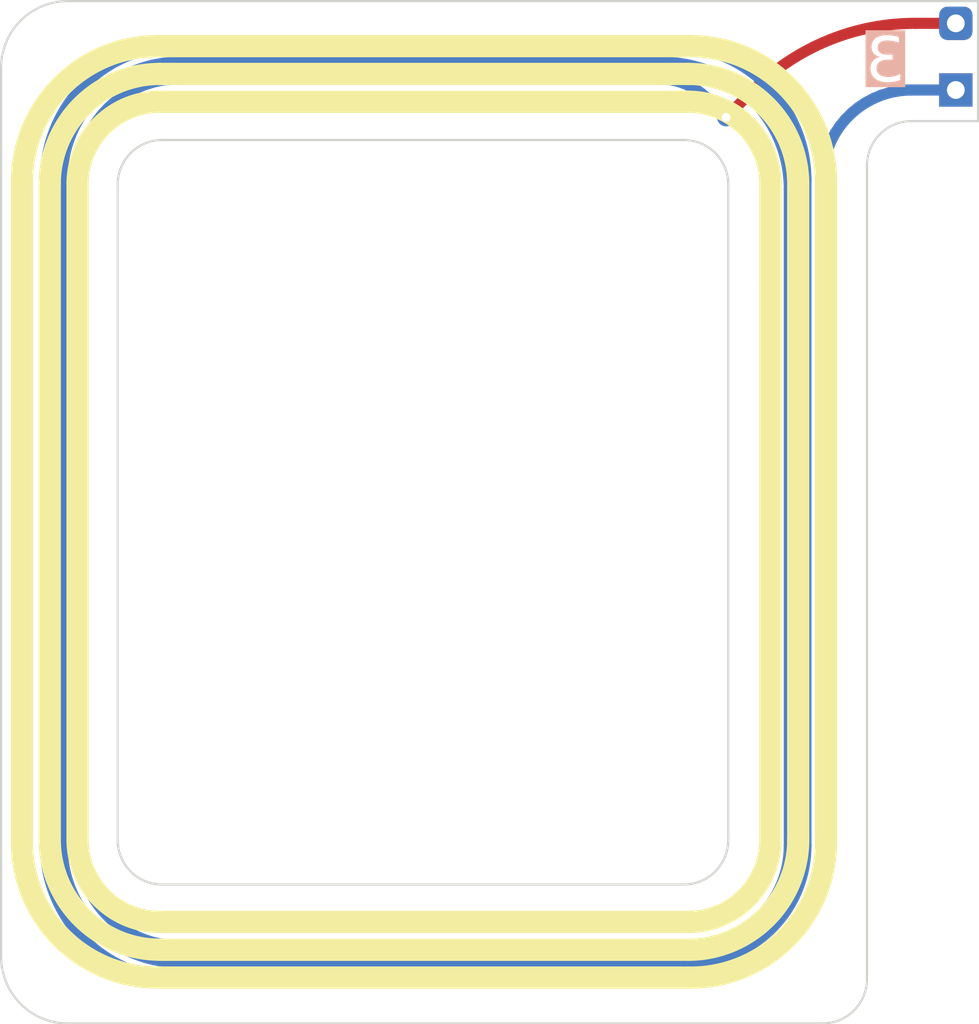
<source format=kicad_pcb>
(kicad_pcb (version 20221018) (generator pcbnew)
  (layers (0 "F.Cu" signal) (31 "B.Cu" signal) (34 "B.Paste" user) (35 "F.Paste" user) (36 "B.SilkS" user "B.Silkscreen") (37 "F.SilkS" user "F.Silkscreen") (38 "B.Mask" user) (39 "F.Mask" user) (44 "Edge.Cuts" user))
  (net 0 "")
  (footprint "" (layer "F.Cu") (at 160.118372 58.538447)
    (fp_text reference "" (at 0 0) (layer "F.SilkS") (effects (font (size 1.27 1.27))))
    (fp_text value "" (at 0 0) (layer "F.SilkS") (effects (font (size 1.27 1.27))))
    (pad "1" thru_hole roundrect (at 0 0) (size 1.5 1.5) (drill 0.8) (layers "*.Cu" "*.Mask"))
  )
  (footprint "" (layer "F.Cu") (at 160.118372 61.538447)
    (fp_text reference "" (at 0 0) (layer "F.SilkS") (effects (font (size 1.27 1.27))))
    (fp_text value "" (at 0 0) (layer "F.SilkS") (effects (font (size 1.27 1.27))))
    (pad "1" thru_hole rect (at 0 0) (size 1.5 1.5) (drill 0.8) (layers "*.Cu" "*.Mask"))
  )
  (gr_arc (start 154.27 95.27) (mid 152.487858 99.692785) (end 148.065056 101.474944) (stroke (width 1)) (layer "F.SilkS"))
  (gr_line (start 148.065056 100.224944) (end 124.265056 100.224944) (stroke (width 1)) (layer "F.SilkS"))
  (gr_line (start 151.77 70.158047) (end 151.77 65.77) (stroke (width 1)) (layer "F.SilkS"))
  (gr_arc (start 148.065056 62.065056) (mid 150.684819 63.150225) (end 151.77 65.77) (stroke (width 1)) (layer "F.SilkS"))
  (gr_arc (start 119.310112 65.77) (mid 120.761384 62.266341) (end 124.265056 60.815056) (stroke (width 1)) (layer "F.SilkS"))
  (gr_line (start 124.265056 60.815056) (end 148.065056 60.815056) (stroke (width 1)) (layer "F.SilkS"))
  (gr_line (start 154.27 65.77) (end 154.27 95.27) (stroke (width 1)) (layer "F.SilkS"))
  (gr_arc (start 148.065056 59.565056) (mid 152.487863 61.34718) (end 154.27 65.77) (stroke (width 1)) (layer "F.SilkS"))
  (gr_line (start 148.065056 98.97) (end 124.265056 98.97) (stroke (width 1)) (layer "F.SilkS"))
  (gr_line (start 120.560112 65.77) (end 120.560112 95.27) (stroke (width 1)) (layer "F.SilkS"))
  (gr_line (start 151.77 95.27) (end 151.77 70.158047) (stroke (width 1)) (layer "F.SilkS"))
  (gr_line (start 148.065056 101.474944) (end 124.265056 101.474944) (stroke (width 1)) (layer "F.SilkS"))
  (gr_arc (start 120.560112 65.77) (mid 121.645262 63.150189) (end 124.265056 62.065056) (stroke (width 1)) (layer "F.SilkS"))
  (gr_arc (start 124.265056 98.97) (mid 121.645252 97.88486) (end 120.560112 95.265056) (stroke (width 1)) (layer "F.SilkS"))
  (gr_line (start 124.265056 62.07) (end 148.065056 62.07) (stroke (width 1)) (layer "F.SilkS"))
  (gr_arc (start 153.02 95.27) (mid 151.568727 98.773655) (end 148.065056 100.224944) (stroke (width 1)) (layer "F.SilkS"))
  (gr_arc (start 124.265056 101.47) (mid 119.842237 99.687875) (end 118.060112 95.265056) (stroke (width 1)) (layer "F.SilkS"))
  (gr_arc (start 151.77 95.27) (mid 150.684844 97.889771) (end 148.065056 98.974944) (stroke (width 1)) (layer "F.SilkS"))
  (gr_arc (start 124.265056 100.22) (mid 120.761369 98.768743) (end 119.310112 95.265056) (stroke (width 1)) (layer "F.SilkS"))
  (gr_line (start 118.060112 95.27) (end 118.060112 65.77) (stroke (width 1)) (layer "F.SilkS"))
  (gr_line (start 124.265056 59.565056) (end 148.065056 59.565056) (stroke (width 1)) (layer "F.SilkS"))
  (gr_arc (start 148.065056 60.815056) (mid 151.568702 62.266341) (end 153.02 65.77) (stroke (width 1)) (layer "F.SilkS"))
  (gr_line (start 119.310112 95.17) (end 119.310112 65.77) (stroke (width 1)) (layer "F.SilkS"))
  (gr_line (start 153.02 65.87) (end 153.02 95.27) (stroke (width 1)) (layer "F.SilkS"))
  (gr_arc (start 118.060112 65.77) (mid 119.842253 61.34721) (end 124.265056 59.565056) (stroke (width 1)) (layer "F.SilkS"))
  (gr_line (start 120.118372 103.538447) (end 154.118372 103.538447) (stroke (width 0.1)) (layer "Edge.Cuts"))
  (gr_line (start 122.368372 95.288447) (end 122.368372 65.788447) (stroke (width 0.1)) (layer "Edge.Cuts"))
  (gr_line (start 117.118372 100.538447) (end 117.118372 60.538447) (stroke (width 0.1)) (layer "Edge.Cuts"))
  (gr_arc (start 122.368372 65.788447) (mid 122.954158 64.374233) (end 124.368372 63.788447) (stroke (width 0.1)) (layer "Edge.Cuts"))
  (gr_arc (start 120.118372 103.538447) (mid 117.997052 102.659767) (end 117.118372 100.538447) (stroke (width 0.1)) (layer "Edge.Cuts"))
  (gr_arc (start 156.118372 101.538447) (mid 155.532586 102.952661) (end 154.118372 103.538447) (stroke (width 0.1)) (layer "Edge.Cuts"))
  (gr_line (start 120.118372 57.538447) (end 161.118372 57.538447) (stroke (width 0.1)) (layer "Edge.Cuts"))
  (gr_line (start 156.118372 64.938447) (end 156.118372 101.538447) (stroke (width 0.1)) (layer "Edge.Cuts"))
  (gr_arc (start 117.118372 60.538447) (mid 117.997052 58.417127) (end 120.118372 57.538447) (stroke (width 0.1)) (layer "Edge.Cuts"))
  (gr_line (start 147.868372 97.288447) (end 124.368372 97.288447) (stroke (width 0.1)) (layer "Edge.Cuts"))
  (gr_arc (start 156.118372 64.938447) (mid 156.704158 63.524233) (end 158.118372 62.938447) (stroke (width 0.1)) (layer "Edge.Cuts"))
  (gr_line (start 124.368372 63.788447) (end 147.868372 63.788447) (stroke (width 0.1)) (layer "Edge.Cuts"))
  (gr_arc (start 124.368372 97.288447) (mid 122.954158 96.702661) (end 122.368372 95.288447) (stroke (width 0.1)) (layer "Edge.Cuts"))
  (gr_line (start 161.118372 57.538447) (end 161.118372 62.938447) (stroke (width 0.1)) (layer "Edge.Cuts"))
  (gr_arc (start 147.868372 63.788447) (mid 149.282586 64.374233) (end 149.868372 65.788447) (stroke (width 0.1)) (layer "Edge.Cuts"))
  (gr_line (start 158.118372 62.938447) (end 161.118372 62.938447) (stroke (width 0.1)) (layer "Edge.Cuts"))
  (gr_arc (start 149.868372 95.288447) (mid 149.282586 96.702661) (end 147.868372 97.288447) (stroke (width 0.1)) (layer "Edge.Cuts"))
  (gr_line (start 149.868372 65.788447) (end 149.868372 95.288447) (stroke (width 0.1)) (layer "Edge.Cuts"))
  (gr_text "3" (at 157.83 61.49) (layer "B.SilkS" knockout) (effects (font (size 2 2) (thickness 0.2)) (justify left bottom mirror)))
  (segment (start 149.77 62.77) (end 150.971584 61.568416) (width 0.5) (layer "F.Cu") (net 0))
  (segment (start 158.286575 58.538447) (end 160.118372 58.538447) (width 0.5) (layer "F.Cu") (net 0))
  (via (at 149.77 62.77) (size 0.8) (drill 0.4) (layers "F.Cu" "B.Cu") (net 0))
  (arc (start 158.286575 58.538447) (mid 154.32773 59.32591) (end 150.971584 61.568416) (width 0.5) (layer "F.Cu") (net 0))
  (segment (start 119.868372 95.538447) (end 119.868372 65.538447) (width 0.5) (layer "B.Cu") (net 0))
  (segment (start 157.145865 61.655982) (end 156.77 61.77) (width 0.5) (layer "B.Cu") (net 0))
  (segment (start 148.118372 101.538447) (end 125.118372 101.538447) (width 0.5) (layer "B.Cu") (net 0))
  (segment (start 154.903605 63.154213) (end 154.685389 63.480796) (width 0.5) (layer "B.Cu") (net 0))
  (segment (start 154.15928 64.951171) (end 154.120781 65.342058) (width 0.5) (layer "B.Cu") (net 0))
  (segment (start 157.531096 61.579355) (end 157.145865 61.655982) (width 0.5) (layer "B.Cu") (net 0))
  (segment (start 148.118372 100.788447) (end 125.118372 100.788447) (width 0.5) (layer "B.Cu") (net 0))
  (segment (start 148.935375 61.935374) (end 149.77 62.77) (width 0.5) (layer "B.Cu") (net 0))
  (segment (start 156.060721 62.105464) (end 155.734138 62.32368) (width 0.5) (layer "B.Cu") (net 0))
  (segment (start 154.500234 63.827195) (end 154.349925 64.190075) (width 0.5) (layer "B.Cu") (net 0))
  (segment (start 154.118372 65.538447) (end 154.118372 95.479074) (width 0.5) (layer "B.Cu") (net 0))
  (segment (start 148.118372 100.038447) (end 125.118372 100.038447) (width 0.5) (layer "B.Cu") (net 0))
  (segment (start 125.118372 60.288447) (end 146.902656 60.288447) (width 0.5) (layer "B.Cu") (net 0))
  (segment (start 160.118372 61.538447) (end 158.118372 61.538447) (width 0.5) (layer "B.Cu") (net 0))
  (segment (start 154.685389 63.480796) (end 154.500234 63.827195) (width 0.5) (layer "B.Cu") (net 0))
  (segment (start 154.120781 65.342058) (end 154.118372 65.538447) (width 0.5) (layer "B.Cu") (net 0))
  (segment (start 120.618372 95.538447) (end 120.618372 65.538447) (width 0.5) (layer "B.Cu") (net 0))
  (segment (start 125.118372 61.038447) (end 146.77 61.038447) (width 0.5) (layer "B.Cu") (net 0))
  (segment (start 152.618372 66.004163) (end 152.618372 95.538447) (width 0.5) (layer "B.Cu") (net 0))
  (segment (start 155.734138 62.32368) (end 155.430516 62.572855) (width 0.5) (layer "B.Cu") (net 0))
  (segment (start 153.368372 65.603618) (end 153.368372 95.538447) (width 0.5) (layer "B.Cu") (net 0))
  (segment (start 155.430516 62.572855) (end 155.15278 62.850591) (width 0.5) (layer "B.Cu") (net 0))
  (segment (start 125.118372 59.538447) (end 147.303201 59.538447) (width 0.5) (layer "B.Cu") (net 0))
  (segment (start 156.77 61.77) (end 156.40712 61.920309) (width 0.5) (layer "B.Cu") (net 0))
  (segment (start 158.118372 61.538447) (end 157.921983 61.540856) (width 0.5) (layer "B.Cu") (net 0))
  (segment (start 154.235907 64.56594) (end 154.15928 64.951171) (width 0.5) (layer "B.Cu") (net 0))
  (segment (start 156.40712 61.920309) (end 156.060721 62.105464) (width 0.5) (layer "B.Cu") (net 0))
  (segment (start 157.921983 61.540856) (end 157.531096 61.579355) (width 0.5) (layer "B.Cu") (net 0))
  (segment (start 119.118372 95.538447) (end 119.118372 65.538447) (width 0.5) (layer "B.Cu") (net 0))
  (segment (start 154.349925 64.190075) (end 154.235907 64.56594) (width 0.5) (layer "B.Cu") (net 0))
  (segment (start 155.15278 62.850591) (end 154.903605 63.154213) (width 0.5) (layer "B.Cu") (net 0))
  (arc (start 147.303201 59.538447) (mid 151.591925 61.314894) (end 153.368372 65.603618) (width 0.5) (layer "B.Cu") (net 0))
  (arc (start 152.618372 95.538447) (mid 151.300353 98.720428) (end 148.118372 100.038447) (width 0.5) (layer "B.Cu") (net 0))
  (arc (start 125.118372 100.038447) (mid 121.936391 98.720428) (end 120.618372 95.538447) (width 0.5) (layer "B.Cu") (net 0))
  (arc (start 120.618372 65.538447) (mid 121.936391 62.356466) (end 125.118372 61.038447) (width 0.5) (layer "B.Cu") (net 0))
  (arc (start 146.77 61.038447) (mid 147.941892 61.271551) (end 148.935375 61.935374) (width 0.5) (layer "B.Cu") (net 0))
  (arc (start 125.118372 100.788447) (mid 121.406061 99.250758) (end 119.868372 95.538447) (width 0.5) (layer "B.Cu") (net 0))
  (arc (start 154.118372 95.538447) (mid 152.361013 99.781088) (end 148.118372 101.538447) (width 0.5) (layer "B.Cu") (net 0))
  (arc (start 146.902656 60.288447) (mid 150.944278 61.962541) (end 152.618372 66.004163) (width 0.5) (layer "B.Cu") (net 0))
  (arc (start 119.868372 65.538447) (mid 121.406061 61.826136) (end 125.118372 60.288447) (width 0.5) (layer "B.Cu") (net 0))
  (arc (start 153.368372 95.538447) (mid 151.830683 99.250758) (end 148.118372 100.788447) (width 0.5) (layer "B.Cu") (net 0))
  (arc (start 125.118372 101.538447) (mid 120.875731 99.781088) (end 119.118372 95.538447) (width 0.5) (layer "B.Cu") (net 0))
  (arc (start 119.118372 65.538447) (mid 120.875731 61.295806) (end 125.118372 59.538447) (width 0.5) (layer "B.Cu") (net 0))
)
</source>
